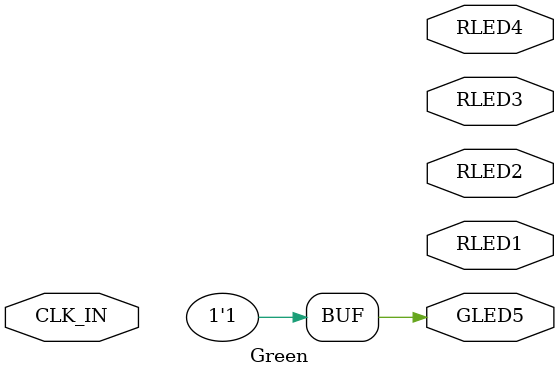
<source format=v>

module Green(input CLK_IN, output GLED5, output RLED1, output RLED2, output RLED3, output RLED4);

	assign GLED5 = 1'b1;

endmodule

</source>
